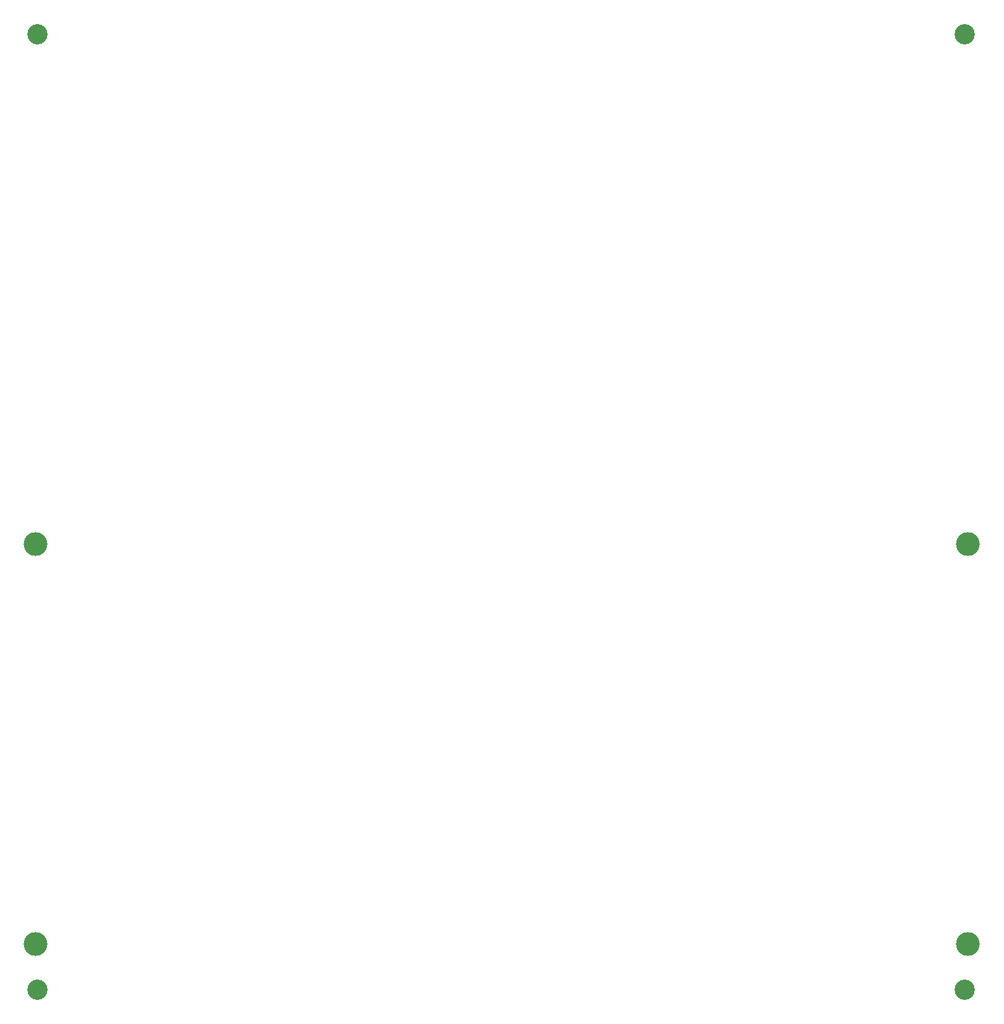
<source format=gbr>
%TF.GenerationSoftware,KiCad,Pcbnew,8.0.7*%
%TF.CreationDate,2025-03-06T09:01:56-05:00*%
%TF.ProjectId,MyFirstBuck,4d794669-7273-4744-9275-636b2e6b6963,v0*%
%TF.SameCoordinates,Original*%
%TF.FileFunction,NonPlated,1,2,NPTH,Drill*%
%TF.FilePolarity,Positive*%
%FSLAX46Y46*%
G04 Gerber Fmt 4.6, Leading zero omitted, Abs format (unit mm)*
G04 Created by KiCad (PCBNEW 8.0.7) date 2025-03-06 09:01:56*
%MOMM*%
%LPD*%
G01*
G04 APERTURE LIST*
%TA.AperFunction,ComponentDrill*%
%ADD10C,2.700000*%
%TD*%
%TA.AperFunction,ComponentDrill*%
%ADD11C,3.175000*%
%TD*%
G04 APERTURE END LIST*
D10*
%TO.C,REF\u002A\u002A*%
X39050000Y-180800000D03*
X39060000Y-53430000D03*
X162850000Y-53425000D03*
X162850000Y-180800000D03*
D11*
%TO.C,U2*%
X38862000Y-121412000D03*
X38862000Y-174752000D03*
X163322000Y-121412000D03*
X163322000Y-174752000D03*
M02*

</source>
